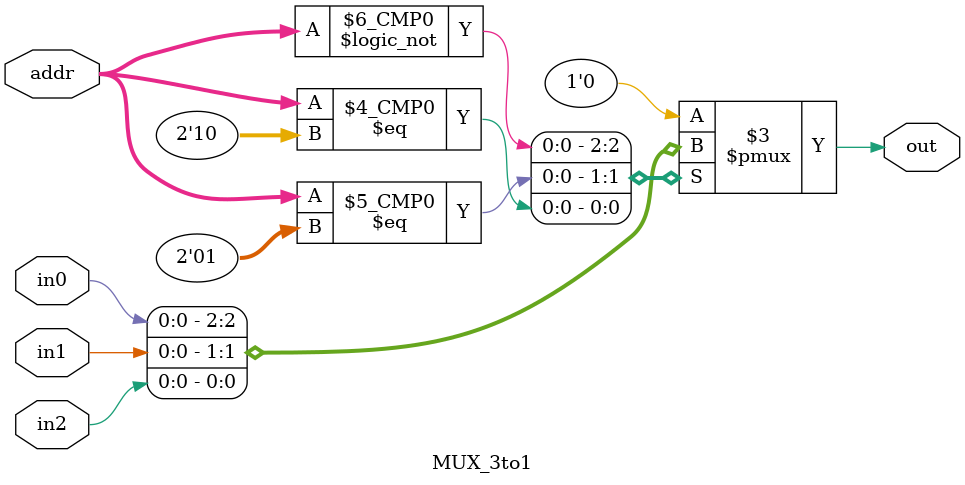
<source format=v>
module MUX_3to1(out,in0,in1,in2,addr);
  parameter n=1;            	 //n is the number of input/output 
  output reg[n-1:0] out;
  input[n-1:0] in0,in1,in2;	     
  input [1:0]addr;
  
  always @(*)
		begin 
			 case(addr)
				2'b00:	out = in0;
				2'b01:	out = in1;	
				2'b10:	out = in2;
				default: 	out = 0;		// error: out =0;
			 endcase
		end

endmodule
</source>
